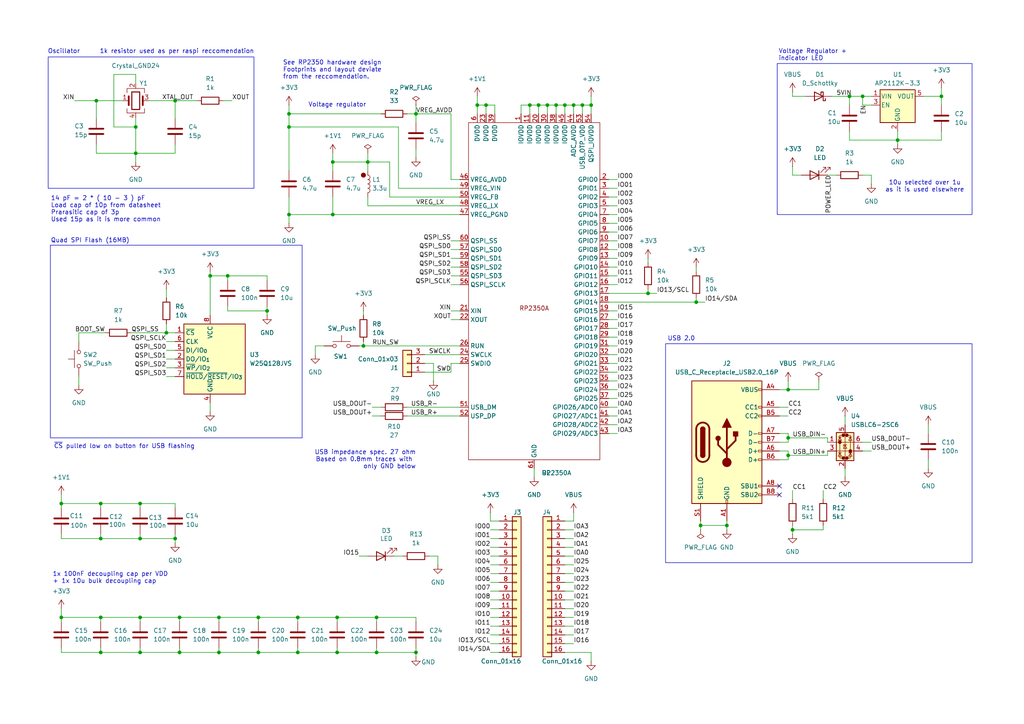
<source format=kicad_sch>
(kicad_sch (version 20250114) (generator "eeschema") (generator_version "9.0")
  (paper "A4")
  (title_block (title "RP2350A Devkit") (date "2025-06-18") (rev "v1.0a") (comment 1 "Licensed under CERN-OHL-P v2 or later"))
  (circle (center 105.41 50.8) (radius 0.635) (stroke (width 0) (color 132 0 0 1)) (fill (type color) (color 132 0 0 1)))
  (rectangle (start 225.425 18.415) (end 281.94 62.23))
  (rectangle (start 14.605 71.12) (end 87.63 127))
  (rectangle (start 13.97 16.51) (end 73.66 54.61))
  (rectangle (start 193.04 99.695) (end 281.94 163.195))
  (text "changed ldo, added schottky\nadded pull-up to run sw\nchanged footprint to 0603 0804 instead of 0402 0603\nadded vbus to gpio" (at 349.25 89.662 0) (effects (font (size 1.27 1.27))))
  (text "10u selected over 1u\nas it is used elsewhere" (at 268.224 54.102 0) (effects (font (size 1.27 1.27))))
  (text "Quad SPI Flash (16MB)" (at 26.162 69.85 0) (effects (font (size 1.27 1.27))))
  (text "1x 100nF decoupling cap per VDD\n+ 1x 10u bulk decoupling cap" (at 15.24 167.64 0) (effects (font (size 1.27 1.27)) (justify left)))
  (text "Voltage regulator" (at 89.408 30.48 0) (effects (font (size 1.27 1.27)) (justify left)))
  (text "Voltage Regulator +\nindicator LED" (at 225.806 16.002 0) (effects (font (size 1.27 1.27)) (justify left)))
  (text "USB 2.0" (at 197.612 98.298 0) (effects (font (size 1.27 1.27))))
  (text "~{CS} pulled low on button for USB flashing" (at 36.068 129.54 0) (effects (font (size 1.27 1.27))))
  (text "See RP2350 hardware design\nFootprints and layout deviate\nfrom the reccomendation." (at 82.042 20.32 0) (effects (font (size 1.27 1.27)) (justify left)))
  (text "14 pF = 2 * ( 10 - 3 ) pF \nLoad cap of 10p from datasheet\nPrarasitic cap of 3p\nUsed 15p as it is more common" (at 14.732 60.706 0) (effects (font (size 1.27 1.27)) (justify left)))
  (text "USB impedance spec. 27 ohm\nBased on 0.8mm traces with \nonly GND below" (at 120.65 133.35 0) (effects (font (size 1.27 1.27)) (justify right)))
  (text "Oscillator" (at 18.542 14.986 0) (effects (font (size 1.27 1.27))))
  (text "1k resistor used as per raspi reccomendation" (at 51.308 14.986 0) (effects (font (size 1.27 1.27))))
  (junction (at 83.82 36.83))
  (junction (at 120.65 33.02))
  (junction (at 229.87 153.67))
  (junction (at 203.2 152.4))
  (junction (at 63.5 179.07))
  (junction (at 40.64 146.05))
  (junction (at 27.94 29.21))
  (junction (at 273.05 27.94))
  (junction (at 228.6 132.08))
  (junction (at 138.43 30.48))
  (junction (at 39.37 44.45))
  (junction (at 109.22 189.23))
  (junction (at 187.96 85.09))
  (junction (at 228.6 113.03))
  (junction (at 158.75 30.48))
  (junction (at 246.38 27.94))
  (junction (at 66.04 80.01))
  (junction (at 40.64 189.23))
  (junction (at 86.36 179.07))
  (junction (at 74.93 189.23))
  (junction (at 29.21 179.07))
  (junction (at 106.68 46.99))
  (junction (at 40.64 179.07))
  (junction (at 105.41 100.33))
  (junction (at 39.37 36.83))
  (junction (at 29.21 189.23))
  (junction (at 86.36 189.23))
  (junction (at 17.78 179.07))
  (junction (at 48.26 96.52))
  (junction (at 166.37 30.48))
  (junction (at 97.79 189.23))
  (junction (at 77.47 90.17))
  (junction (at 74.93 179.07))
  (junction (at 52.07 179.07))
  (junction (at 29.21 156.21))
  (junction (at 228.6 127))
  (junction (at 52.07 189.23))
  (junction (at 96.52 62.23))
  (junction (at 40.64 156.21))
  (junction (at 153.67 30.48))
  (junction (at 50.8 29.21))
  (junction (at 60.96 80.01))
  (junction (at 83.82 33.02))
  (junction (at 140.97 30.48))
  (junction (at 250.19 27.94))
  (junction (at 210.82 152.4))
  (junction (at 163.83 30.48))
  (junction (at 161.29 30.48))
  (junction (at 120.65 189.23))
  (junction (at 83.82 62.23))
  (junction (at 96.52 46.99))
  (junction (at 260.35 40.64))
  (junction (at 109.22 179.07))
  (junction (at 168.91 30.48))
  (junction (at 63.5 189.23))
  (junction (at 97.79 179.07))
  (junction (at 171.45 30.48))
  (junction (at 156.21 30.48))
  (junction (at 17.78 146.05))
  (junction (at 50.8 156.21))
  (junction (at 201.93 87.63))
  (junction (at 29.21 146.05))
  (no_connect (at 226.06 140.97))
  (no_connect (at 226.06 143.51))
  (wire (pts (xy 29.21 189.23) (xy 40.64 189.23)))
  (wire (pts (xy 238.76 153.67) (xy 229.87 153.67)))
  (wire (pts (xy 229.87 152.4) (xy 229.87 153.67)))
  (wire (pts (xy 226.06 118.11) (xy 228.6 118.11)))
  (wire (pts (xy 210.82 151.13) (xy 210.82 152.4)))
  (wire (pts (xy 130.81 69.85) (xy 133.35 69.85)))
  (wire (pts (xy 74.93 180.34) (xy 74.93 179.07)))
  (wire (pts (xy 127 163.83) (xy 127 161.29)))
  (wire (pts (xy 17.78 156.21) (xy 17.78 154.94)))
  (wire (pts (xy 171.45 189.23) (xy 171.45 191.77)))
  (wire (pts (xy 96.52 62.23) (xy 96.52 57.15)))
  (wire (pts (xy 96.52 49.53) (xy 96.52 46.99)))
  (wire (pts (xy 226.06 130.81) (xy 228.6 130.81)))
  (wire (pts (xy 163.83 173.99) (xy 166.37 173.99)))
  (wire (pts (xy 176.53 115.57) (xy 179.07 115.57)))
  (wire (pts (xy 163.83 176.53) (xy 166.37 176.53)))
  (wire (pts (xy 163.83 30.48) (xy 166.37 30.48)))
  (wire (pts (xy 21.59 29.21) (xy 27.94 29.21)))
  (wire (pts (xy 241.3 27.94) (xy 246.38 27.94)))
  (wire (pts (xy 118.11 120.65) (xy 133.35 120.65)))
  (wire (pts (xy 240.03 127) (xy 240.03 128.27)))
  (wire (pts (xy 50.8 147.32) (xy 50.8 146.05)))
  (wire (pts (xy 86.36 179.07) (xy 97.79 179.07)))
  (wire (pts (xy 154.94 135.89) (xy 154.94 138.43)))
  (wire (pts (xy 201.93 87.63) (xy 201.93 86.36)))
  (wire (pts (xy 142.24 184.15) (xy 144.78 184.15)))
  (wire (pts (xy 246.38 27.94) (xy 250.19 27.94)))
  (wire (pts (xy 118.11 118.11) (xy 133.35 118.11)))
  (wire (pts (xy 39.37 36.83) (xy 39.37 44.45)))
  (wire (pts (xy 48.26 106.68) (xy 50.8 106.68)))
  (wire (pts (xy 176.53 54.61) (xy 179.07 54.61)))
  (wire (pts (xy 176.53 74.93) (xy 179.07 74.93)))
  (wire (pts (xy 66.04 90.17) (xy 77.47 90.17)))
  (wire (pts (xy 142.24 176.53) (xy 144.78 176.53)))
  (wire (pts (xy 64.77 29.21) (xy 67.31 29.21)))
  (wire (pts (xy 260.35 40.64) (xy 260.35 41.91)))
  (wire (pts (xy 142.24 156.21) (xy 144.78 156.21)))
  (wire (pts (xy 228.6 133.35) (xy 226.06 133.35)))
  (wire (pts (xy 120.65 189.23) (xy 120.65 190.5)))
  (wire (pts (xy 166.37 30.48) (xy 166.37 33.02)))
  (wire (pts (xy 63.5 187.96) (xy 63.5 189.23)))
  (wire (pts (xy 163.83 153.67) (xy 166.37 153.67)))
  (wire (pts (xy 229.87 153.67) (xy 229.87 154.94)))
  (wire (pts (xy 163.83 161.29) (xy 166.37 161.29)))
  (wire (pts (xy 48.26 83.82) (xy 48.26 86.36)))
  (wire (pts (xy 130.81 72.39) (xy 133.35 72.39)))
  (wire (pts (xy 138.43 30.48) (xy 138.43 33.02)))
  (wire (pts (xy 83.82 62.23) (xy 96.52 62.23)))
  (wire (pts (xy 168.91 30.48) (xy 168.91 33.02)))
  (wire (pts (xy 60.96 78.74) (xy 60.96 80.01)))
  (wire (pts (xy 273.05 38.1) (xy 273.05 40.64)))
  (wire (pts (xy 176.53 113.03) (xy 179.07 113.03)))
  (wire (pts (xy 237.49 110.49) (xy 237.49 113.03)))
  (wire (pts (xy 176.53 57.15) (xy 179.07 57.15)))
  (wire (pts (xy 260.35 38.1) (xy 260.35 40.64)))
  (wire (pts (xy 240.03 50.8) (xy 242.57 50.8)))
  (wire (pts (xy 29.21 154.94) (xy 29.21 156.21)))
  (wire (pts (xy 176.53 118.11) (xy 179.07 118.11)))
  (wire (pts (xy 201.93 77.47) (xy 201.93 78.74)))
  (wire (pts (xy 176.53 72.39) (xy 179.07 72.39)))
  (wire (pts (xy 50.8 156.21) (xy 40.64 156.21)))
  (wire (pts (xy 106.68 59.69) (xy 133.35 59.69)))
  (wire (pts (xy 176.53 110.49) (xy 179.07 110.49)))
  (wire (pts (xy 127 161.29) (xy 124.46 161.29)))
  (wire (pts (xy 48.26 96.52) (xy 50.8 96.52)))
  (wire (pts (xy 142.24 168.91) (xy 144.78 168.91)))
  (wire (pts (xy 142.24 148.59) (xy 142.24 151.13)))
  (wire (pts (xy 38.1 96.52) (xy 48.26 96.52)))
  (wire (pts (xy 17.78 176.53) (xy 17.78 179.07)))
  (wire (pts (xy 176.53 120.65) (xy 179.07 120.65)))
  (wire (pts (xy 267.97 27.94) (xy 273.05 27.94)))
  (wire (pts (xy 120.65 187.96) (xy 120.65 189.23)))
  (wire (pts (xy 269.24 133.35) (xy 269.24 135.89)))
  (wire (pts (xy 176.53 62.23) (xy 179.07 62.23)))
  (wire (pts (xy 142.24 186.69) (xy 144.78 186.69)))
  (wire (pts (xy 27.94 41.91) (xy 27.94 44.45)))
  (wire (pts (xy 96.52 44.45) (xy 96.52 46.99)))
  (wire (pts (xy 66.04 81.28) (xy 66.04 80.01)))
  (wire (pts (xy 104.14 161.29) (xy 106.68 161.29)))
  (wire (pts (xy 86.36 180.34) (xy 86.36 179.07)))
  (wire (pts (xy 171.45 30.48) (xy 171.45 33.02)))
  (wire (pts (xy 40.64 187.96) (xy 40.64 189.23)))
  (wire (pts (xy 39.37 34.29) (xy 39.37 36.83)))
  (wire (pts (xy 228.6 113.03) (xy 228.6 110.49)))
  (wire (pts (xy 228.6 132.08) (xy 240.03 132.08)))
  (wire (pts (xy 123.19 102.87) (xy 133.35 102.87)))
  (wire (pts (xy 153.67 30.48) (xy 156.21 30.48)))
  (wire (pts (xy 269.24 123.19) (xy 269.24 125.73)))
  (wire (pts (xy 17.78 147.32) (xy 17.78 146.05)))
  (wire (pts (xy 171.45 27.94) (xy 171.45 30.48)))
  (wire (pts (xy 250.19 128.27) (xy 252.73 128.27)))
  (wire (pts (xy 17.78 189.23) (xy 29.21 189.23)))
  (wire (pts (xy 229.87 26.67) (xy 229.87 27.94)))
  (wire (pts (xy 113.03 46.99) (xy 113.03 57.15)))
  (wire (pts (xy 40.64 180.34) (xy 40.64 179.07)))
  (wire (pts (xy 120.65 33.02) (xy 120.65 35.56)))
  (wire (pts (xy 83.82 36.83) (xy 115.57 36.83)))
  (wire (pts (xy 83.82 33.02) (xy 83.82 36.83)))
  (wire (pts (xy 163.83 181.61) (xy 166.37 181.61)))
  (wire (pts (xy 203.2 151.13) (xy 203.2 152.4)))
  (wire (pts (xy 163.83 168.91) (xy 166.37 168.91)))
  (wire (pts (xy 229.87 142.24) (xy 229.87 144.78)))
  (wire (pts (xy 176.53 64.77) (xy 179.07 64.77)))
  (wire (pts (xy 176.53 59.69) (xy 179.07 59.69)))
  (wire (pts (xy 228.6 127) (xy 240.03 127)))
  (wire (pts (xy 86.36 187.96) (xy 86.36 189.23)))
  (wire (pts (xy 156.21 30.48) (xy 158.75 30.48)))
  (wire (pts (xy 40.64 146.05) (xy 29.21 146.05)))
  (wire (pts (xy 130.81 82.55) (xy 133.35 82.55)))
  (wire (pts (xy 228.6 130.81) (xy 228.6 132.08)))
  (wire (pts (xy 228.6 128.27) (xy 226.06 128.27)))
  (wire (pts (xy 163.83 184.15) (xy 166.37 184.15)))
  (wire (pts (xy 17.78 187.96) (xy 17.78 189.23)))
  (wire (pts (xy 138.43 27.94) (xy 138.43 30.48)))
  (wire (pts (xy 203.2 152.4) (xy 210.82 152.4)))
  (wire (pts (xy 273.05 40.64) (xy 260.35 40.64)))
  (wire (pts (xy 63.5 180.34) (xy 63.5 179.07)))
  (wire (pts (xy 74.93 179.07) (xy 86.36 179.07)))
  (wire (pts (xy 106.68 46.99) (xy 106.68 49.53)))
  (wire (pts (xy 120.65 180.34) (xy 120.65 179.07)))
  (wire (pts (xy 151.13 30.48) (xy 153.67 30.48)))
  (wire (pts (xy 226.06 120.65) (xy 228.6 120.65)))
  (wire (pts (xy 120.65 33.02) (xy 130.81 33.02)))
  (wire (pts (xy 163.83 189.23) (xy 171.45 189.23)))
  (wire (pts (xy 228.6 113.03) (xy 237.49 113.03)))
  (wire (pts (xy 48.26 99.06) (xy 50.8 99.06)))
  (wire (pts (xy 40.64 154.94) (xy 40.64 156.21)))
  (wire (pts (xy 176.53 97.79) (xy 179.07 97.79)))
  (wire (pts (xy 176.53 82.55) (xy 179.07 82.55)))
  (wire (pts (xy 123.19 107.95) (xy 130.81 107.95)))
  (wire (pts (xy 50.8 29.21) (xy 57.15 29.21)))
  (wire (pts (xy 228.6 125.73) (xy 228.6 127)))
  (wire (pts (xy 63.5 179.07) (xy 74.93 179.07)))
  (wire (pts (xy 142.24 163.83) (xy 144.78 163.83)))
  (wire (pts (xy 52.07 179.07) (xy 63.5 179.07)))
  (wire (pts (xy 142.24 189.23) (xy 144.78 189.23)))
  (wire (pts (xy 250.19 30.48) (xy 250.19 27.94)))
  (wire (pts (xy 83.82 36.83) (xy 83.82 49.53)))
  (wire (pts (xy 176.53 52.07) (xy 179.07 52.07)))
  (wire (pts (xy 105.41 100.33) (xy 105.41 99.06)))
  (wire (pts (xy 156.21 30.48) (xy 156.21 33.02)))
  (wire (pts (xy 29.21 146.05) (xy 17.78 146.05)))
  (wire (pts (xy 229.87 27.94) (xy 233.68 27.94)))
  (wire (pts (xy 43.18 29.21) (xy 50.8 29.21)))
  (wire (pts (xy 176.53 125.73) (xy 179.07 125.73)))
  (wire (pts (xy 142.24 181.61) (xy 144.78 181.61)))
  (wire (pts (xy 203.2 152.4) (xy 203.2 153.67)))
  (wire (pts (xy 176.53 123.19) (xy 179.07 123.19)))
  (wire (pts (xy 83.82 33.02) (xy 110.49 33.02)))
  (wire (pts (xy 50.8 154.94) (xy 50.8 156.21)))
  (wire (pts (xy 245.11 120.65) (xy 245.11 123.19)))
  (wire (pts (xy 29.21 156.21) (xy 17.78 156.21)))
  (wire (pts (xy 39.37 44.45) (xy 50.8 44.45)))
  (wire (pts (xy 140.97 30.48) (xy 143.51 30.48)))
  (wire (pts (xy 176.53 85.09) (xy 187.96 85.09)))
  (wire (pts (xy 163.83 186.69) (xy 166.37 186.69)))
  (wire (pts (xy 273.05 27.94) (xy 273.05 25.4)))
  (wire (pts (xy 163.83 151.13) (xy 166.37 151.13)))
  (wire (pts (xy 52.07 180.34) (xy 52.07 179.07)))
  (wire (pts (xy 50.8 29.21) (xy 50.8 34.29)))
  (wire (pts (xy 77.47 90.17) (xy 77.47 88.9)))
  (wire (pts (xy 109.22 187.96) (xy 109.22 189.23)))
  (wire (pts (xy 250.19 130.81) (xy 252.73 130.81)))
  (wire (pts (xy 229.87 48.26) (xy 229.87 50.8)))
  (wire (pts (xy 166.37 151.13) (xy 166.37 148.59)))
  (wire (pts (xy 142.24 173.99) (xy 144.78 173.99)))
  (wire (pts (xy 176.53 80.01) (xy 179.07 80.01)))
  (wire (pts (xy 163.83 156.21) (xy 166.37 156.21)))
  (wire (pts (xy 96.52 62.23) (xy 133.35 62.23)))
  (wire (pts (xy 40.64 156.21) (xy 29.21 156.21)))
  (wire (pts (xy 176.53 90.17) (xy 179.07 90.17)))
  (wire (pts (xy 161.29 30.48) (xy 163.83 30.48)))
  (wire (pts (xy 176.53 105.41) (xy 179.07 105.41)))
  (wire (pts (xy 115.57 54.61) (xy 115.57 36.83)))
  (wire (pts (xy 97.79 189.23) (xy 97.79 187.96)))
  (wire (pts (xy 105.41 100.33) (xy 133.35 100.33)))
  (wire (pts (xy 50.8 41.91) (xy 50.8 44.45)))
  (wire (pts (xy 142.24 151.13) (xy 144.78 151.13)))
  (wire (pts (xy 130.81 52.07) (xy 130.81 33.02)))
  (wire (pts (xy 96.52 46.99) (xy 106.68 46.99)))
  (wire (pts (xy 187.96 85.09) (xy 190.5 85.09)))
  (wire (pts (xy 120.65 43.18) (xy 120.65 45.72)))
  (wire (pts (xy 105.41 90.17) (xy 105.41 91.44)))
  (wire (pts (xy 143.51 33.02) (xy 143.51 30.48)))
  (wire (pts (xy 130.81 92.71) (xy 133.35 92.71)))
  (wire (pts (xy 229.87 50.8) (xy 232.41 50.8)))
  (wire (pts (xy 74.93 187.96) (xy 74.93 189.23)))
  (wire (pts (xy 240.03 132.08) (xy 240.03 130.81)))
  (wire (pts (xy 40.64 189.23) (xy 52.07 189.23)))
  (wire (pts (xy 228.6 127) (xy 228.6 128.27)))
  (wire (pts (xy 142.24 153.67) (xy 144.78 153.67)))
  (wire (pts (xy 29.21 187.96) (xy 29.21 189.23)))
  (wire (pts (xy 33.02 36.83) (xy 39.37 36.83)))
  (wire (pts (xy 39.37 21.59) (xy 33.02 21.59)))
  (wire (pts (xy 17.78 143.51) (xy 17.78 146.05)))
  (wire (pts (xy 238.76 152.4) (xy 238.76 153.67)))
  (wire (pts (xy 60.96 80.01) (xy 66.04 80.01)))
  (wire (pts (xy 163.83 30.48) (xy 163.83 33.02)))
  (wire (pts (xy 176.53 92.71) (xy 179.07 92.71)))
  (wire (pts (xy 114.3 161.29) (xy 116.84 161.29)))
  (wire (pts (xy 115.57 54.61) (xy 133.35 54.61)))
  (wire (pts (xy 39.37 24.13) (xy 39.37 21.59)))
  (wire (pts (xy 226.06 125.73) (xy 228.6 125.73)))
  (wire (pts (xy 77.47 90.17) (xy 77.47 91.44)))
  (wire (pts (xy 252.73 50.8) (xy 250.19 50.8)))
  (wire (pts (xy 252.73 53.34) (xy 252.73 50.8)))
  (wire (pts (xy 83.82 62.23) (xy 83.82 64.77)))
  (wire (pts (xy 125.73 105.41) (xy 125.73 110.49)))
  (wire (pts (xy 238.76 142.24) (xy 238.76 144.78)))
  (wire (pts (xy 17.78 180.34) (xy 17.78 179.07)))
  (wire (pts (xy 91.44 100.33) (xy 91.44 102.87)))
  (wire (pts (xy 110.49 118.11) (xy 107.95 118.11)))
  (wire (pts (xy 22.86 111.76) (xy 22.86 109.22)))
  (wire (pts (xy 22.86 99.06) (xy 22.86 96.52)))
  (wire (pts (xy 168.91 30.48) (xy 171.45 30.48)))
  (wire (pts (xy 97.79 179.07) (xy 109.22 179.07)))
  (wire (pts (xy 60.96 116.84) (xy 60.96 119.38)))
  (wire (pts (xy 250.19 27.94) (xy 252.73 27.94)))
  (wire (pts (xy 120.65 30.48) (xy 120.65 33.02)))
  (wire (pts (xy 176.53 69.85) (xy 179.07 69.85)))
  (wire (pts (xy 142.24 171.45) (xy 144.78 171.45)))
  (wire (pts (xy 166.37 30.48) (xy 168.91 30.48)))
  (wire (pts (xy 50.8 146.05) (xy 40.64 146.05)))
  (wire (pts (xy 118.11 33.02) (xy 120.65 33.02)))
  (wire (pts (xy 176.53 100.33) (xy 179.07 100.33)))
  (wire (pts (xy 50.8 156.21) (xy 50.8 157.48)))
  (wire (pts (xy 153.67 30.48) (xy 153.67 33.02)))
  (wire (pts (xy 97.79 180.34) (xy 97.79 179.07)))
  (wire (pts (xy 113.03 57.15) (xy 133.35 57.15)))
  (wire (pts (xy 151.13 30.48) (xy 151.13 33.02)))
  (wire (pts (xy 140.97 33.02) (xy 140.97 30.48)))
  (wire (pts (xy 48.26 104.14) (xy 50.8 104.14)))
  (wire (pts (xy 60.96 80.01) (xy 60.96 91.44)))
  (wire (pts (xy 86.36 189.23) (xy 97.79 189.23)))
  (wire (pts (xy 130.81 77.47) (xy 133.35 77.47)))
  (wire (pts (xy 29.21 180.34) (xy 29.21 179.07)))
  (wire (pts (xy 48.26 101.6) (xy 50.8 101.6)))
  (wire (pts (xy 142.24 158.75) (xy 144.78 158.75)))
  (wire (pts (xy 163.83 158.75) (xy 166.37 158.75)))
  (wire (pts (xy 158.75 30.48) (xy 161.29 30.48)))
  (wire (pts (xy 187.96 74.93) (xy 187.96 76.2)))
  (wire (pts (xy 66.04 80.01) (xy 77.47 80.01)))
  (wire (pts (xy 40.64 179.07) (xy 29.21 179.07)))
  (wire (pts (xy 138.43 30.48) (xy 140.97 30.48)))
  (wire (pts (xy 29.21 147.32) (xy 29.21 146.05)))
  (wire (pts (xy 176.53 87.63) (xy 201.93 87.63)))
  (wire (pts (xy 245.11 135.89) (xy 245.11 138.43)))
  (wire (pts (xy 176.53 77.47) (xy 179.07 77.47)))
  (wire (pts (xy 83.82 57.15) (xy 83.82 62.23)))
  (wire (pts (xy 133.35 105.41) (xy 130.81 105.41)))
  (wire (pts (xy 163.83 179.07) (xy 166.37 179.07)))
  (wire (pts (xy 109.22 180.34) (xy 109.22 179.07)))
  (wire (pts (xy 246.38 38.1) (xy 246.38 40.64)))
  (wire (pts (xy 187.96 83.82) (xy 187.96 85.09)))
  (wire (pts (xy 158.75 30.48) (xy 158.75 33.02)))
  (wire (pts (xy 109.22 179.07) (xy 120.65 179.07)))
  (wire (pts (xy 104.14 100.33) (xy 105.41 100.33)))
  (wire (pts (xy 66.04 88.9) (xy 66.04 90.17)))
  (wire (pts (xy 130.81 90.17) (xy 133.35 90.17)))
  (wire (pts (xy 110.49 120.65) (xy 107.95 120.65)))
  (wire (pts (xy 27.94 29.21) (xy 35.56 29.21)))
  (wire (pts (xy 228.6 132.08) (xy 228.6 133.35)))
  (wire (pts (xy 83.82 30.48) (xy 83.82 33.02)))
  (wire (pts (xy 142.24 179.07) (xy 144.78 179.07)))
  (wire (pts (xy 163.83 171.45) (xy 166.37 171.45)))
  (wire (pts (xy 91.44 100.33) (xy 93.98 100.33)))
  (wire (pts (xy 163.83 163.83) (xy 166.37 163.83)))
  (wire (pts (xy 142.24 166.37) (xy 144.78 166.37)))
  (wire (pts (xy 22.86 96.52) (xy 30.48 96.52)))
  (wire (pts (xy 109.22 189.23) (xy 120.65 189.23)))
  (wire (pts (xy 161.29 30.48) (xy 161.29 33.02)))
  (wire (pts (xy 106.68 44.45) (xy 106.68 46.99)))
  (wire (pts (xy 77.47 81.28) (xy 77.47 80.01)))
  (wire (pts (xy 130.81 52.07) (xy 133.35 52.07)))
  (wire (pts (xy 176.53 102.87) (xy 179.07 102.87)))
  (wire (pts (xy 63.5 189.23) (xy 74.93 189.23)))
  (wire (pts (xy 29.21 179.07) (xy 17.78 179.07)))
  (wire (pts (xy 163.83 166.37) (xy 166.37 166.37)))
  (wire (pts (xy 27.94 34.29) (xy 27.94 29.21)))
  (wire (pts (xy 27.94 44.45) (xy 39.37 44.45)))
  (wire (pts (xy 252.73 30.48) (xy 250.19 30.48)))
  (wire (pts (xy 176.53 95.25) (xy 179.07 95.25)))
  (wire (pts (xy 130.81 74.93) (xy 133.35 74.93)))
  (wire (pts (xy 113.03 46.99) (xy 106.68 46.99)))
  (wire (pts (xy 48.26 109.22) (xy 50.8 109.22)))
  (wire (pts (xy 52.07 189.23) (xy 52.07 187.96)))
  (wire (pts (xy 246.38 27.94) (xy 246.38 30.48)))
  (wire (pts (xy 40.64 179.07) (xy 52.07 179.07)))
  (wire (pts (xy 226.06 113.03) (xy 228.6 113.03)))
  (wire (pts (xy 201.93 87.63) (xy 204.47 87.63)))
  (wire (pts (xy 123.19 105.41) (xy 125.73 105.41)))
  (wire (pts (xy 176.53 107.95) (xy 179.07 107.95)))
  (wire (pts (xy 106.68 57.15) (xy 106.68 59.69)))
  (wire (pts (xy 210.82 152.4) (xy 210.82 153.67)))
  (wire (pts (xy 40.64 147.32) (xy 40.64 146.05)))
  (wire (pts (xy 52.07 189.23) (xy 63.5 189.23)))
  (wire (pts (xy 130.81 105.41) (xy 130.81 107.95)))
  (wire (pts (xy 48.26 93.98) (xy 48.26 96.52)))
  (wire (pts (xy 97.79 189.23) (xy 109.22 189.23)))
  (wire (pts (xy 246.38 40.64) (xy 260.35 40.64)))
  (wire (pts (xy 130.81 80.01) (xy 133.35 80.01)))
  (wire (pts (xy 273.05 27.94) (xy 273.05 30.48)))
  (wire (pts (xy 176.53 67.31) (xy 179.07 67.31)))
  (wire (pts (xy 39.37 44.45) (xy 39.37 46.99)))
  (wire (pts (xy 142.24 161.29) (xy 144.78 161.29)))
  (wire (pts (xy 33.02 21.59) (xy 33.02 36.83)))
  (wire (pts (xy 74.93 189.23) (xy 86.36 189.23)))
  (label "IO12" (at 142.24 184.15 180))
  (label "IOA2" (at 179.07 123.19 0))
  (label "IO14{slash}SDA" (at 204.47 87.63 0))
  (label "IO01" (at 179.07 54.61 0))
  (label "XOUT" (at 130.81 92.71 180))
  (label "IO06" (at 179.07 67.31 0))
  (label "IO19" (at 166.37 179.07 0))
  (label "IO05" (at 142.24 166.37 180))
  (label "IO02" (at 179.07 57.15 0))
  (label "QSPI_SD0" (at 48.26 101.6 180))
  (label "IO02" (at 142.24 158.75 180))
  (label "BOOT_SW" (at 30.48 96.52 180))
  (label "IO14{slash}SDA" (at 142.24 189.23 180))
  (label "SWD" (at 130.81 107.95 180))
  (label "IOA0" (at 179.07 118.11 0))
  (label "XIN" (at 130.81 90.17 180))
  (label "IO15" (at 104.14 161.29 180))
  (label "VREG_AVDD" (at 120.65 33.02 0))
  (label "XTAL_OUT" (at 46.99 29.21 0))
  (label "IO03" (at 179.07 59.69 0))
  (label "IO20" (at 166.37 176.53 0))
  (label "IO23" (at 166.37 168.91 0))
  (label "IO25" (at 179.07 115.57 0))
  (label "CC1" (at 229.87 142.24 0))
  (label "USB_DIN-" (at 229.87 127 0))
  (label "VREG_LX" (at 120.65 59.69 0))
  (label "IO16" (at 179.07 92.71 0))
  (label "IO24" (at 166.37 166.37 0))
  (label "QSPI_SCLK" (at 130.81 82.55 180))
  (label "IOA3" (at 166.37 153.67 0))
  (label "IO17" (at 179.07 95.25 0))
  (label "IO22" (at 179.07 107.95 0))
  (label "USB_DOUT+" (at 107.95 120.65 180))
  (label "IO18" (at 166.37 181.61 0))
  (label "QSPI_SD2" (at 130.81 77.47 180))
  (label "IO11" (at 142.24 181.61 180))
  (label "USB_DIN+" (at 229.87 132.08 0))
  (label "QSPI_SD3" (at 130.81 80.01 180))
  (label "IO03" (at 142.24 161.29 180))
  (label "IO21" (at 166.37 173.99 0))
  (label "CC2" (at 228.6 120.65 0))
  (label "IOA0" (at 166.37 161.29 0))
  (label "IO09" (at 142.24 176.53 180))
  (label "IO21" (at 179.07 105.41 0))
  (label "QSPI_SS" (at 38.1 96.52 0))
  (label "USB_DOUT+" (at 252.73 130.81 0))
  (label "IO00" (at 142.24 153.67 180))
  (label "IO10" (at 179.07 77.47 0))
  (label "IO22" (at 166.37 171.45 0))
  (label "EN" (at 251.46 30.48 270))
  (label "IO25" (at 166.37 163.83 0))
  (label "IO12" (at 179.07 82.55 0))
  (label "IO04" (at 142.24 163.83 180))
  (label "QSPI_SD2" (at 48.26 106.68 180))
  (label "USB_R-" (at 127 118.11 180))
  (label "IOA1" (at 179.07 120.65 0))
  (label "IO20" (at 179.07 102.87 0))
  (label "IO08" (at 179.07 72.39 0))
  (label "POWER_LED" (at 241.3 50.8 270))
  (label "IO24" (at 179.07 113.03 0))
  (label "XIN" (at 21.59 29.21 180))
  (label "QSPI_SD3" (at 48.26 109.22 180))
  (label "IO18" (at 179.07 97.79 0))
  (label "IO07" (at 142.24 171.45 180))
  (label "USB_DOUT-" (at 107.95 118.11 180))
  (label "IO09" (at 179.07 74.93 0))
  (label "CC2" (at 238.76 142.24 0))
  (label "QSPI_SD1" (at 48.26 104.14 180))
  (label "IO15" (at 179.07 90.17 0))
  (label "IOA2" (at 166.37 156.21 0))
  (label "XOUT" (at 67.31 29.21 0))
  (label "IO17" (at 166.37 184.15 0))
  (label "USB_R+" (at 127 120.65 180))
  (label "IO01" (at 142.24 156.21 180))
  (label "IO10" (at 142.24 179.07 180))
  (label "QSPI_SD0" (at 130.81 72.39 180))
  (label "5VIN" (at 242.57 27.94 0))
  (label "IO23" (at 179.07 110.49 0))
  (label "IO07" (at 179.07 69.85 0))
  (label "IO05" (at 179.07 64.77 0))
  (label "IO04" (at 179.07 62.23 0))
  (label "USB_DOUT-" (at 252.73 128.27 0))
  (label "CC1" (at 228.6 118.11 0))
  (label "QSPI_SD1" (at 130.81 74.93 180))
  (label "QSPI_SS" (at 130.81 69.85 180))
  (label "IO11" (at 179.07 80.01 0))
  (label "IO16" (at 166.37 186.69 0))
  (label "RUN_SW" (at 107.95 100.33 0))
  (label "QSPI_SCLK" (at 48.26 99.06 180))
  (label "SWCLK" (at 130.81 102.87 180))
  (label "IO00" (at 179.07 52.07 0))
  (label "IOA1" (at 166.37 158.75 0))
  (label "IOA3" (at 179.07 125.73 0))
  (label "IO08" (at 142.24 173.99 180))
  (label "IO19" (at 179.07 100.33 0))
  (label "IO13{slash}SCL" (at 190.5 85.09 0))
  (label "IO13{slash}SCL" (at 142.24 186.69 180))
  (label "IO06" (at 142.24 168.91 180))
  (symbol (lib_id "Device:R") (at 238.76 148.59 0) (unit 1)
    (property "Reference" "R12" (at 241.3 147.3199 0) (effects (justify left)))
    (property "Value" "5k1" (at 241.3 149.8599 0) (effects (justify left)))
    (property "Footprint" "Resistor_SMD:R_0603_1608Metric" (effects (hide yes)))
    (property "Description" "Resistor" (effects (hide yes)))
  )
  (symbol (lib_id "Device:C") (at 29.21 151.13 0) (mirror y) (unit 1)
    (property "Reference" "C12" (at 35.56 149.86 0) (effects (justify left)))
    (property "Value" "100n" (at 36.576 152.146 0) (effects (justify left)))
    (property "Footprint" "Capacitor_SMD:C_0603_1608Metric" (effects (hide yes)))
    (property "Description" "Unpolarized capacitor" (effects (hide yes)))
  )
  (symbol (lib_id "power:GND") (at 171.45 191.77 0) (mirror y) (unit 1)
    (property "Reference" "#PWR038" (effects (hide yes)))
    (property "Value" "GND" (at 171.45 196.85 0))
    (property "Description" "Power symbol creates a global label with name \"GND\" , ground" (effects (hide yes)))
  )
  (symbol (lib_id "power:+3V3") (at 17.78 176.53 0) (unit 1)
    (property "Reference" "#PWR036" (effects (hide yes)))
    (property "Value" "+3V3" (at 17.78 171.45 0))
    (property "Description" "Power symbol creates a global label with name \"+3V3\"" (effects (hide yes)))
  )
  (symbol (lib_id "Mechanical:MountingHole") (at -382.27 3.81 0) (unit 1) (in_bom no)
    (property "Reference" "H2" (at -379.73 2.5399 0) (effects (justify left)))
    (property "Value" "MountingHole" (at -379.73 5.0799 0) (effects (justify left)))
    (property "Footprint" "MountingHole:MountingHole_2.2mm_M2" (effects (hide yes)))
    (property "Description" "Mounting Hole without connection" (effects (hide yes)))
  )
  (symbol (lib_id "power:PWR_FLAG") (at 203.2 153.67 180) (unit 1)
    (property "Reference" "#FLG04" (effects (hide yes)))
    (property "Value" "PWR_FLAG" (at 203.2 158.75 0))
    (property "Description" "Special symbol for telling ERC where power comes from" (effects (hide yes)))
  )
  (symbol (lib_id "power:GND") (at 50.8 157.48 0) (mirror y) (unit 1)
    (property "Reference" "#PWR034" (effects (hide yes)))
    (property "Value" "GND" (at 50.8 162.56 0))
    (property "Description" "Power symbol creates a global label with name \"GND\" , ground" (effects (hide yes)))
  )
  (symbol (lib_id "Device:R") (at 229.87 148.59 0) (unit 1)
    (property "Reference" "R11" (at 232.41 147.3199 0) (effects (justify left)))
    (property "Value" "5k1" (at 232.41 149.8599 0) (effects (justify left)))
    (property "Footprint" "Resistor_SMD:R_0603_1608Metric" (effects (hide yes)))
    (property "Description" "Resistor" (effects (hide yes)))
  )
  (symbol (lib_id "Mechanical:MountingHole") (at -382.27 8.89 0) (unit 1) (in_bom no)
    (property "Reference" "H3" (at -379.73 7.6199 0) (effects (justify left)))
    (property "Value" "MountingHole" (at -379.73 10.1599 0) (effects (justify left)))
    (property "Footprint" "MountingHole:MountingHole_2.2mm_M2" (effects (hide yes)))
    (property "Description" "Mounting Hole without connection" (effects (hide yes)))
  )
  (symbol (lib_id "power:+3V3") (at 105.41 90.17 0) (unit 1)
    (property "Reference" "#PWR017" (effects (hide yes)))
    (property "Value" "+3V3" (at 105.41 85.09 0))
    (property "Description" "Power symbol creates a global label with name \"+3V3\"" (effects (hide yes)))
  )
  (symbol (lib_id "Device:C") (at 86.36 184.15 0) (unit 1)
    (property "Reference" "C21" (at 90.17 182.8799 0) (effects (justify left)))
    (property "Value" "100n" (at 90.17 185.4199 0) (effects (justify left)))
    (property "Footprint" "Capacitor_SMD:C_0603_1608Metric" (effects (hide yes)))
    (property "Description" "Unpolarized capacitor" (effects (hide yes)))
  )
  (symbol (lib_id "Device:C") (at 120.65 39.37 0) (unit 1)
    (property "Reference" "C5" (at 124.46 38.0999 0) (effects (justify left)))
    (property "Value" "4.7u" (at 124.46 40.6399 0) (effects (justify left)))
    (property "Footprint" "Capacitor_SMD:C_0603_1608Metric" (effects (hide yes)))
    (property "Description" "Unpolarized capacitor" (effects (hide yes)))
  )
  (symbol (lib_id "Memory_Flash:W25Q128JVS") (at 60.96 104.14 0) (unit 1)
    (property "Reference" "U3" (at 72.39 102.8699 0) (effects (justify left)))
    (property "Value" "W25Q128JVS" (at 72.39 105.4099 0) (effects (justify left)))
    (property "Footprint" "Package_SO:SOIC-8_5.3x5.3mm_P1.27mm" (effects (hide yes)))
    (property "Datasheet" "https://www.winbond.com/resource-files/w25q128jv_dtr%20revc%2003272018%20plus.pdf" (effects (hide yes)))
    (property "Description" "128Mbit / 16MiB Serial Flash Memory, Standard/Dual/Quad SPI, 2.7-3.6V, SOIC-8" (effects (hide yes)))
    (property "LCSC PN" "C113767" (effects (hide yes)))
  )
  (symbol (lib_id "power:+1V1") (at 138.43 27.94 0) (unit 1)
    (property "Reference" "#PWR03" (effects (hide yes)))
    (property "Value" "+1V1" (at 138.43 22.86 0))
    (property "Description" "Power symbol creates a global label with name \"+1V1\"" (effects (hide yes)))
  )
  (symbol (lib_id "Device:C") (at 120.65 184.15 0) (unit 1)
    (property "Reference" "C24" (at 124.46 182.8799 0) (effects (justify left)))
    (property "Value" "10u" (at 124.46 185.4199 0) (effects (justify left)))
    (property "Footprint" "Capacitor_SMD:C_0805_2012Metric" (effects (hide yes)))
    (property "Description" "Unpolarized capacitor" (effects (hide yes)))
  )
  (symbol (lib_id "power:VBUS") (at 228.6 110.49 0) (unit 1)
    (property "Reference" "#PWR021" (effects (hide yes)))
    (property "Value" "VBUS" (at 228.6 105.41 0))
    (property "Description" "Power symbol creates a global label with name \"VBUS\"" (effects (hide yes)))
  )
  (symbol (lib_id "power:VBUS") (at 229.87 26.67 0) (unit 1)
    (property "Reference" "#PWR02" (effects (hide yes)))
    (property "Value" "VBUS" (at 229.87 21.59 0))
    (property "Description" "Power symbol creates a global label with name \"VBUS\"" (effects (hide yes)))
  )
  (symbol (lib_id "power:GND") (at 125.73 110.49 0) (mirror y) (unit 1)
    (property "Reference" "#PWR020" (effects (hide yes)))
    (property "Value" "GND" (at 125.73 114.3 0))
    (property "Description" "Power symbol creates a global label with name \"GND\" , ground" (effects (hide yes)))
  )
  (symbol (lib_id "power:GND") (at 210.82 153.67 0) (unit 1)
    (property "Reference" "#PWR032" (effects (hide yes)))
    (property "Value" "GND" (at 210.82 158.75 0))
    (property "Description" "Power symbol creates a global label with name \"GND\" , ground" (effects (hide yes)))
  )
  (symbol (lib_id "power:GND") (at 120.65 45.72 0) (unit 1)
    (property "Reference" "#PWR08" (effects (hide yes)))
    (property "Value" "GND" (at 120.65 50.8 0))
    (property "Description" "Power symbol creates a global label with name \"GND\" , ground" (effects (hide yes)))
  )
  (symbol (lib_id "Device:R") (at 34.29 96.52 90) (unit 1)
    (property "Reference" "R7" (at 34.29 90.17 90))
    (property "Value" "1k" (at 34.29 92.71 90))
    (property "Footprint" "Resistor_SMD:R_0603_1608Metric" (effects (hide yes)))
    (property "Description" "Resistor" (effects (hide yes)))
  )
  (symbol (lib_id "Device:C") (at 50.8 38.1 0) (unit 1)
    (property "Reference" "C4" (at 54.61 36.8299 0) (effects (justify left)))
    (property "Value" "15p" (at 54.61 39.3699 0) (effects (justify left)))
    (property "Footprint" "Capacitor_SMD:C_0603_1608Metric" (effects (hide yes)))
    (property "Description" "Unpolarized capacitor" (effects (hide yes)))
  )
  (symbol (lib_id "Device:R") (at 201.93 82.55 180) (unit 1)
    (property "Reference" "R5" (at 204.47 81.2799 0) (effects (justify right)))
    (property "Value" "10k" (at 204.47 83.8199 0) (effects (justify right)))
    (property "Footprint" "Resistor_SMD:R_0603_1608Metric" (effects (hide yes)))
    (property "Description" "Resistor" (effects (hide yes)))
  )
  (symbol (lib_id "power:GND") (at 252.73 53.34 0) (mirror y) (unit 1)
    (property "Reference" "#PWR011" (effects (hide yes)))
    (property "Value" "GND" (at 252.73 58.42 0))
    (property "Description" "Power symbol creates a global label with name \"GND\" , ground" (effects (hide yes)))
  )
  (symbol (lib_id "power:+3V3") (at 229.87 48.26 0) (unit 1)
    (property "Reference" "#PWR010" (effects (hide yes)))
    (property "Value" "+3V3" (at 229.87 43.18 0))
    (property "Description" "Power symbol creates a global label with name \"+3V3\"" (effects (hide yes)))
  )
  (symbol (lib_id "power:GND") (at 91.44 102.87 0) (mirror y) (unit 1)
    (property "Reference" "#PWR019" (effects (hide yes)))
    (property "Value" "GND" (at 91.44 107.95 0))
    (property "Description" "Power symbol creates a global label with name \"GND\" , ground" (effects (hide yes)))
  )
  (symbol (lib_id "power:+1V1") (at 17.78 143.51 0) (unit 1)
    (property "Reference" "#PWR029" (effects (hide yes)))
    (property "Value" "+1V1" (at 17.78 138.43 0))
    (property "Description" "Power symbol creates a global label with name \"+1V1\"" (effects (hide yes)))
  )
  (symbol (lib_id "power:GND") (at 39.37 46.99 0) (unit 1)
    (property "Reference" "#PWR09" (effects (hide yes)))
    (property "Value" "GND" (at 39.37 52.07 0))
    (property "Description" "Power symbol creates a global label with name \"GND\" , ground" (effects (hide yes)))
  )
  (symbol (lib_id "power:VBUS") (at 269.24 123.19 0) (unit 1)
    (property "Reference" "#PWR025" (effects (hide yes)))
    (property "Value" "VBUS" (at 269.24 118.11 0))
    (property "Description" "Power symbol creates a global label with name \"VBUS\"" (effects (hide yes)))
  )
  (symbol (lib_id "Device:R") (at 114.3 120.65 270) (mirror x) (unit 1)
    (property "Reference" "R10" (at 114.3 123.698 90))
    (property "Value" "27" (at 114.3 126.238 90))
    (property "Footprint" "Resistor_SMD:R_0603_1608Metric" (effects (hide yes)))
    (property "Description" "Resistor" (effects (hide yes)))
  )
  (symbol (lib_id "Device:R") (at 48.26 90.17 0) (mirror y) (unit 1)
    (property "Reference" "R6" (at 50.8 88.8999 0) (effects (justify right)))
    (property "Value" "10k" (at 50.8 91.4399 0) (effects (justify right)))
    (property "Footprint" "Resistor_SMD:R_0603_1608Metric" (effects (hide yes)))
    (property "Description" "Resistor" (effects (hide yes)))
  )
  (symbol (lib_id "Device:C") (at 74.93 184.15 0) (unit 1)
    (property "Reference" "C20" (at 78.74 182.8799 0) (effects (justify left)))
    (property "Value" "100n" (at 78.74 185.4199 0) (effects (justify left)))
    (property "Footprint" "Capacitor_SMD:C_0603_1608Metric" (effects (hide yes)))
    (property "Description" "Unpolarized capacitor" (effects (hide yes)))
  )
  (symbol (lib_id "Connector:USB_C_Receptacle_USB2.0_16P") (at 210.82 128.27 0) (unit 1)
    (property "Reference" "J2" (at 210.82 105.41 0))
    (property "Value" "USB_C_Receptacle_USB2.0_16P" (at 210.82 107.95 0))
    (property "Footprint" "Connector_USB:USB_C_Receptacle_G-Switch_GT-USB-7010ASV" (effects (hide yes)))
    (property "Datasheet" "https://www.usb.org/sites/default/files/documents/usb_type-c.zip" (effects (hide yes)))
    (property "Description" "USB 2.0-only 16P Type-C Receptacle connector" (effects (hide yes)))
    (property "LCSC PN" "C2988369" (effects (hide yes)))
  )
  (symbol (lib_id "Mechanical:MountingHole") (at -382.27 -1.27 0) (unit 1) (in_bom no)
    (property "Reference" "H1" (at -379.73 -2.5401 0) (effects (justify left)))
    (property "Value" "MountingHole" (at -379.73 -0.0001 0) (effects (justify left)))
    (property "Footprint" "MountingHole:MountingHole_2.2mm_M2" (effects (hide yes)))
    (property "Description" "Mounting Hole without connection" (effects (hide yes)))
  )
  (symbol (lib_id "Device:D_Schottky") (at 237.49 27.94 180) (unit 1)
    (property "Reference" "D1" (at 237.8075 21.59 0))
    (property "Value" "D_Schottky" (at 237.8075 24.13 0))
    (property "Footprint" "Diode_SMD:D_SOD-123" (effects (hide yes)))
    (property "Datasheet" "https://lcsc.com/datasheet/lcsc_datasheet_2411211953_MDD-Microdiode-Semiconductor-B5819W_C64885.pdf" (effects (hide yes)))
    (property "Description" "Schottky diode" (effects (hide yes)))
    (property "LCSC PN" "C64885" (effects (hide yes)))
  )
  (symbol (lib_id "power:GND") (at 154.94 138.43 0) (unit 1)
    (property "Reference" "#PWR027" (effects (hide yes)))
    (property "Value" "GND" (at 154.94 143.51 0))
    (property "Description" "Power symbol creates a global label with name \"GND\" , ground" (effects (hide yes)))
  )
  (symbol (lib_id "power:GND") (at 77.47 91.44 0) (unit 1)
    (property "Reference" "#PWR018" (effects (hide yes)))
    (property "Value" "GND" (at 77.47 96.52 0))
    (property "Description" "Power symbol creates a global label with name \"GND\" , ground" (effects (hide yes)))
  )
  (symbol (lib_id "power:PWR_FLAG") (at 237.49 110.49 0) (unit 1)
    (property "Reference" "#FLG03" (effects (hide yes)))
    (property "Value" "PWR_FLAG" (at 237.49 105.41 0))
    (property "Description" "Special symbol for telling ERC where power comes from" (effects (hide yes)))
  )
  (symbol (lib_id "Device:C") (at 77.47 85.09 0) (unit 1)
    (property "Reference" "C9" (at 81.28 83.8199 0) (effects (justify left)))
    (property "Value" "10u" (at 81.28 86.3599 0) (effects (justify left)))
    (property "Footprint" "Capacitor_SMD:C_0805_2012Metric" (effects (hide yes)))
    (property "Description" "Unpolarized capacitor" (effects (hide yes)))
  )
  (symbol (lib_id "power:GND") (at 260.35 41.91 0) (unit 1)
    (property "Reference" "#PWR06" (effects (hide yes)))
    (property "Value" "GND" (at 260.35 46.99 0))
    (property "Description" "Power symbol creates a global label with name \"GND\" , ground" (effects (hide yes)))
  )
  (symbol (lib_id "Device:C") (at 17.78 184.15 0) (unit 1)
    (property "Reference" "C15" (at 21.59 182.8799 0) (effects (justify left)))
    (property "Value" "100n" (at 21.59 185.4199 0) (effects (justify left)))
    (property "Footprint" "Capacitor_SMD:C_0603_1608Metric" (effects (hide yes)))
    (property "Description" "Unpolarized capacitor" (effects (hide yes)))
  )
  (symbol (lib_id "power:+3V3") (at 60.96 78.74 0) (unit 1)
    (property "Reference" "#PWR015" (effects (hide yes)))
    (property "Value" "+3V3" (at 60.96 73.66 0))
    (property "Description" "Power symbol creates a global label with name \"+3V3\"" (effects (hide yes)))
  )
  (symbol (lib_id "power:GND") (at 229.87 154.94 0) (unit 1)
    (property "Reference" "#PWR033" (effects (hide yes)))
    (property "Value" "GND" (at 229.87 160.02 0))
    (property "Description" "Power symbol creates a global label with name \"GND\" , ground" (effects (hide yes)))
  )
  (symbol (lib_id "power:VBUS") (at 245.11 120.65 0) (unit 1)
    (property "Reference" "#PWR024" (effects (hide yes)))
    (property "Value" "VBUS" (at 245.11 115.57 0))
    (property "Description" "Power symbol creates a global label with name \"VBUS\"" (effects (hide yes)))
  )
  (symbol (lib_id "Device:LED") (at 236.22 50.8 180) (unit 1)
    (property "Reference" "D2" (at 237.8075 43.18 0))
    (property "Value" "LED" (at 237.8075 45.72 0))
    (property "Footprint" "LED_SMD:LED_0603_1608Metric" (effects (hide yes)))
    (property "Description" "Light emitting diode" (effects (hide yes)))
    (property "Sim.Pins" "1=K 2=A" (effects (hide yes)))
  )
  (symbol (lib_id "power:+3V3") (at 171.45 27.94 0) (unit 1)
    (property "Reference" "#PWR04" (effects (hide yes)))
    (property "Value" "+3V3" (at 171.45 22.86 0))
    (property "Description" "Power symbol creates a global label with name \"+3V3\"" (effects (hide yes)))
  )
  (symbol (lib_id "Switch:SW_Push") (at 99.06 100.33 0) (mirror y) (unit 1)
    (property "Reference" "SW1" (at 96.774 103.378 0) (effects (justify right)))
    (property "Value" "SW_Push" (at 94.996 95.25 0) (effects (justify right)))
    (property "Footprint" "Button_Switch_SMD:SW_SPST_B3U-1000P" (effects (hide yes)))
    (property "Description" "Push button switch, generic, two pins" (effects (hide yes)))
  )
  (symbol (lib_id "Device:C") (at 246.38 34.29 0) (unit 1)
    (property "Reference" "C1" (at 240.03 32.766 0) (effects (justify left)))
    (property "Value" "10u" (at 240.03 35.306 0) (effects (justify left)))
    (property "Footprint" "Capacitor_SMD:C_0805_2012Metric" (effects (hide yes)))
    (property "Description" "Unpolarized capacitor" (effects (hide yes)))
  )
  (symbol (lib_id "Device:C") (at 50.8 151.13 0) (mirror y) (unit 1)
    (property "Reference" "C14" (at 57.658 149.606 0) (effects (justify left)))
    (property "Value" "10u" (at 57.658 152.146 0) (effects (justify left)))
    (property "Footprint" "Capacitor_SMD:C_0805_2012Metric" (effects (hide yes)))
    (property "Description" "Unpolarized capacitor" (effects (hide yes)))
  )
  (symbol (lib_id "Device:LED") (at 110.49 161.29 180) (unit 1)
    (property "Reference" "D3" (at 112.014 153.924 0))
    (property "Value" "LED" (at 112.0775 156.21 0))
    (property "Footprint" "LED_SMD:LED_0603_1608Metric" (effects (hide yes)))
    (property "Description" "Light emitting diode" (effects (hide yes)))
    (property "Sim.Pins" "1=K 2=A" (effects (hide yes)))
  )
  (symbol (lib_id "Device:R") (at 60.96 29.21 90) (unit 1)
    (property "Reference" "R1" (at 60.96 22.86 90))
    (property "Value" "1k" (at 60.96 25.4 90))
    (property "Footprint" "Resistor_SMD:R_0603_1608Metric" (effects (hide yes)))
    (property "Description" "Resistor" (effects (hide yes)))
  )
  (symbol (lib_id "power:GND") (at 120.65 190.5 0) (unit 1)
    (property "Reference" "#PWR037" (effects (hide yes)))
    (property "Value" "GND" (at 124.206 192.024 0))
    (property "Description" "Power symbol creates a global label with name \"GND\" , ground" (effects (hide yes)))
  )
  (symbol (lib_id "Device:R") (at 246.38 50.8 90) (unit 1)
    (property "Reference" "R3" (at 246.38 44.45 90))
    (property "Value" "1k" (at 246.38 46.99 90))
    (property "Footprint" "Resistor_SMD:R_0603_1608Metric" (effects (hide yes)))
    (property "Description" "Resistor" (effects (hide yes)))
  )
  (symbol (lib_id "Connector_Generic:Conn_01x16") (at 158.75 168.91 0) (mirror y) (unit 1)
    (property "Reference" "J4" (at 159.766 148.59 0) (effects (justify left)))
    (property "Value" "Conn_01x16" (at 168.91 191.77 0) (effects (justify left)))
    (property "Footprint" "Connector_PinHeader_2.54mm:PinHeader_1x16_P2.54mm_Vertical" (effects (hide yes)))
    (property "Description" "Generic connector, single row, 01x16, script generated (kicad-library-utils/schlib/autogen/connector/)" (effects (hide yes)))
  )
  (symbol (lib_id "Device:L") (at 106.68 53.34 0) (unit 1)
    (property "Reference" "L1" (at 107.95 52.0699 0) (effects (justify left)))
    (property "Value" "3.3u" (at 107.95 54.6099 0) (effects (justify left)))
    (property "Footprint" "footprints:AOTA-B201610S3R3-101-T" (effects (hide yes)))
    (property "Description" "Inductor" (effects (hide yes)))
    (property "LCSC PN" "C42411119" (effects (hide yes)))
  )
  (symbol (lib_id "Device:C") (at 273.05 34.29 0) (unit 1)
    (property "Reference" "C2" (at 276.86 33.0199 0) (effects (justify left)))
    (property "Value" "10u" (at 276.86 35.5599 0) (effects (justify left)))
    (property "Footprint" "Capacitor_SMD:C_0805_2012Metric" (effects (hide yes)))
    (property "Description" "Unpolarized capacitor" (effects (hide yes)))
  )
  (symbol (lib_id "Connector_Generic:Conn_01x03") (at 118.11 105.41 180) (unit 1)
    (property "Reference" "J1" (at 115.57 106.6801 0) (effects (justify left)))
    (property "Value" "Conn_01x03" (at 115.57 104.1401 0) (effects (justify left)))
    (property "Footprint" "Connector_PinHeader_2.54mm:PinHeader_1x03_P2.54mm_Vertical" (effects (hide yes)))
    (property "Description" "Generic connector, single row, 01x03, script generated (kicad-library-utils/schlib/autogen/connector/)" (effects (hide yes)))
  )
  (symbol (lib_id "Mechanical:MountingHole") (at -382.27 13.97 0) (unit 1) (in_bom no)
    (property "Reference" "H4" (at -379.73 12.6999 0) (effects (justify left)))
    (property "Value" "MountingHole" (at -379.73 15.2399 0) (effects (justify left)))
    (property "Footprint" "MountingHole:MountingHole_2.2mm_M2" (effects (hide yes)))
    (property "Description" "Mounting Hole without connection" (effects (hide yes)))
  )
  (symbol (lib_id "Connector_Generic:Conn_01x16") (at 149.86 168.91 0) (unit 1)
    (property "Reference" "J3" (at 148.844 148.59 0) (effects (justify left)))
    (property "Value" "Conn_01x16" (at 139.446 191.77 0) (effects (justify left)))
    (property "Footprint" "Connector_PinHeader_2.54mm:PinHeader_1x16_P2.54mm_Vertical" (effects (hide yes)))
    (property "Description" "Generic connector, single row, 01x16, script generated (kicad-library-utils/schlib/autogen/connector/)" (effects (hide yes)))
  )
  (symbol (lib_id "power:GND") (at 60.96 119.38 0) (unit 1)
    (property "Reference" "#PWR023" (effects (hide yes)))
    (property "Value" "GND" (at 60.96 124.46 0))
    (property "Description" "Power symbol creates a global label with name \"GND\" , ground" (effects (hide yes)))
  )
  (symbol (lib_id "Device:Crystal_GND24") (at 39.37 29.21 0) (unit 1)
    (property "Reference" "Y1" (at 41.656 24.13 0))
    (property "Value" "Crystal_GND24" (at 39.37 19.05 0))
    (property "Footprint" "Crystal:Crystal_SMD_3225-4Pin_3.2x2.5mm" (effects (hide yes)))
    (property "Description" "Four pin crystal, GND on pins 2 and 4" (effects (hide yes)))
    (property "LCSC PN" "C20625731" (effects (hide yes)))
  )
  (symbol (lib_id "Device:C") (at 40.64 151.13 0) (mirror y) (unit 1)
    (property "Reference" "C13" (at 46.99 150.114 0) (effects (justify left)))
    (property "Value" "100n" (at 48.26 152.4 0) (effects (justify left)))
    (property "Footprint" "Capacitor_SMD:C_0603_1608Metric" (effects (hide yes)))
    (property "Description" "Unpolarized capacitor" (effects (hide yes)))
  )
  (symbol (lib_id "Device:R") (at 187.96 80.01 180) (unit 1)
    (property "Reference" "R4" (at 190.5 78.7399 0) (effects (justify right)))
    (property "Value" "10k" (at 190.5 81.2799 0) (effects (justify right)))
    (property "Footprint" "Resistor_SMD:R_0603_1608Metric" (effects (hide yes)))
    (property "Description" "Resistor" (effects (hide yes)))
  )
  (symbol (lib_id "power:PWR_FLAG") (at 106.68 44.45 0) (unit 1)
    (property "Reference" "#FLG02" (effects (hide yes)))
    (property "Value" "PWR_FLAG" (at 106.68 39.37 0))
    (property "Description" "Special symbol for telling ERC where power comes from" (effects (hide yes)))
  )
  (symbol (lib_id "power:+3V3") (at 273.05 25.4 0) (unit 1)
    (property "Reference" "#PWR01" (effects (hide yes)))
    (property "Value" "+3V3" (at 273.05 20.32 0))
    (property "Description" "Power symbol creates a global label with name \"+3V3\"" (effects (hide yes)))
  )
  (symbol (lib_id "Switch:SW_Push") (at 22.86 104.14 90) (mirror x) (unit 1)
    (property "Reference" "SW2" (at 24.13 102.8699 90) (effects (justify right)))
    (property "Value" "SW_Push" (at 24.13 105.4099 90) (effects (justify right)))
    (property "Footprint" "Button_Switch_SMD:SW_SPST_B3U-1000P" (effects (hide yes)))
    (property "Description" "Push button switch, generic, two pins" (effects (hide yes)))
  )
  (symbol (lib_id "Device:R") (at 114.3 118.11 270) (mirror x) (unit 1)
    (property "Reference" "R9" (at 114.554 115.57 90))
    (property "Value" "27" (at 114.554 113.03 90))
    (property "Footprint" "Resistor_SMD:R_0603_1608Metric" (effects (hide yes)))
    (property "Description" "Resistor" (effects (hide yes)))
  )
  (symbol (lib_id "Device:C") (at 40.64 184.15 0) (unit 1)
    (property "Reference" "C17" (at 44.45 182.8799 0) (effects (justify left)))
    (property "Value" "100n" (at 44.45 185.4199 0) (effects (justify left)))
    (property "Footprint" "Capacitor_SMD:C_0603_1608Metric" (effects (hide yes)))
    (property "Description" "Unpolarized capacitor" (effects (hide yes)))
  )
  (symbol (lib_id "Device:C") (at 17.78 151.13 0) (mirror y) (unit 1)
    (property "Reference" "C11" (at 24.13 149.606 0) (effects (justify left)))
    (property "Value" "100n" (at 25.4 152.4 0) (effects (justify left)))
    (property "Footprint" "Capacitor_SMD:C_0603_1608Metric" (effects (hide yes)))
    (property "Description" "Unpolarized capacitor" (effects (hide yes)))
  )
  (symbol (lib_id "Device:R") (at 120.65 161.29 90) (unit 1)
    (property "Reference" "R13" (at 120.65 154.94 90))
    (property "Value" "1k" (at 120.65 157.48 90))
    (property "Footprint" "Resistor_SMD:R_0603_1608Metric" (effects (hide yes)))
    (property "Description" "Resistor" (effects (hide yes)))
  )
  (symbol (lib_id "Device:C") (at 52.07 184.15 0) (unit 1)
    (property "Reference" "C18" (at 55.88 182.8799 0) (effects (justify left)))
    (property "Value" "100n" (at 55.88 185.4199 0) (effects (justify left)))
    (property "Footprint" "Capacitor_SMD:C_0603_1608Metric" (effects (hide yes)))
    (property "Description" "Unpolarized capacitor" (effects (hide yes)))
  )
  (symbol (lib_id "power:PWR_FLAG") (at 120.65 30.48 0) (unit 1)
    (property "Reference" "#FLG01" (effects (hide yes)))
    (property "Value" "PWR_FLAG" (at 120.65 25.4 0))
    (property "Description" "Special symbol for telling ERC where power comes from" (effects (hide yes)))
  )
  (symbol (lib_id "Device:C") (at 97.79 184.15 0) (unit 1)
    (property "Reference" "C22" (at 101.6 182.8799 0) (effects (justify left)))
    (property "Value" "100n" (at 101.6 185.4199 0) (effects (justify left)))
    (property "Footprint" "Capacitor_SMD:C_0603_1608Metric" (effects (hide yes)))
    (property "Description" "Unpolarized capacitor" (effects (hide yes)))
  )
  (symbol (lib_id "Regulator_Linear:AP2112K-3.3") (at 260.35 30.48 0) (unit 1)
    (property "Reference" "U1" (at 260.35 21.59 0))
    (property "Value" "AP2112K-3.3" (at 260.35 24.13 0))
    (property "Footprint" "Package_TO_SOT_SMD:SOT-23-5" (effects (hide yes)))
    (property "Datasheet" "https://www.diodes.com/assets/Datasheets/AP2112.pdf" (effects (hide yes)))
    (property "Description" "600mA low dropout linear regulator, with enable pin, 3.8V-6V input voltage range, 3.3V fixed positive output, SOT-23-5" (effects (hide yes)))
    (property "LCSC PN" "C51118" (effects (hide yes)))
  )
  (symbol (lib_id "power:+3V3") (at 187.96 74.93 0) (unit 1)
    (property "Reference" "#PWR013" (effects (hide yes)))
    (property "Value" "+3V3" (at 187.96 69.85 0))
    (property "Description" "Power symbol creates a global label with name \"+3V3\"" (effects (hide yes)))
  )
  (symbol (lib_id "power:GND") (at 83.82 64.77 0) (unit 1)
    (property "Reference" "#PWR012" (effects (hide yes)))
    (property "Value" "GND" (at 83.82 69.85 0))
    (property "Description" "Power symbol creates a global label with name \"GND\" , ground" (effects (hide yes)))
  )
  (symbol (lib_id "Device:R") (at 114.3 33.02 90) (unit 1)
    (property "Reference" "R2" (at 114.3 26.67 90))
    (property "Value" "33" (at 114.3 29.21 90))
    (property "Footprint" "Resistor_SMD:R_0603_1608Metric" (effects (hide yes)))
    (property "Description" "Resistor" (effects (hide yes)))
  )
  (symbol (lib_id "power:GND") (at 269.24 135.89 0) (unit 1)
    (property "Reference" "#PWR026" (effects (hide yes)))
    (property "Value" "GND" (at 269.24 140.97 0))
    (property "Description" "Power symbol creates a global label with name \"GND\" , ground" (effects (hide yes)))
  )
  (symbol (lib_id "Device:C") (at 269.24 129.54 0) (unit 1)
    (property "Reference" "C10" (at 273.05 128.2699 0) (effects (justify left)))
    (property "Value" "100n" (at 273.05 130.8099 0) (effects (justify left)))
    (property "Footprint" "Capacitor_SMD:C_0603_1608Metric" (effects (hide yes)))
    (property "Description" "Unpolarized capacitor" (effects (hide yes)))
  )
  (symbol (lib_id "Power_Protection:USBLC6-2SC6") (at 245.11 128.27 0) (unit 1)
    (property "Reference" "U4" (at 246.7611 120.65 0) (effects (justify left)))
    (property "Value" "USBLC6-2SC6" (at 246.7611 123.19 0) (effects (justify left)))
    (property "Footprint" "Package_TO_SOT_SMD:SOT-23-6" (effects (hide yes)))
    (property "Datasheet" "https://www.st.com/resource/en/datasheet/usblc6-2.pdf" (effects (hide yes)))
    (property "Description" "Very low capacitance ESD protection diode, 2 data-line, SOT-23-6" (effects (hide yes)))
    (property "PCSC PN" "C7519" (effects (hide yes)))
  )
  (symbol (lib_id "power:GND") (at 22.86 111.76 0) (mirror y) (unit 1)
    (property "Reference" "#PWR022" (effects (hide yes)))
    (property "Value" "GND" (at 22.86 116.84 0))
    (property "Description" "Power symbol creates a global label with name \"GND\" , ground" (effects (hide yes)))
  )
  (symbol (lib_id "power:+3V3") (at 83.82 30.48 0) (unit 1)
    (property "Reference" "#PWR05" (effects (hide yes)))
    (property "Value" "+3V3" (at 83.82 25.4 0))
    (property "Description" "Power symbol creates a global label with name \"+3V3\"" (effects (hide yes)))
  )
  (symbol (lib_id "Device:C") (at 29.21 184.15 0) (unit 1)
    (property "Reference" "C16" (at 33.02 182.8799 0) (effects (justify left)))
    (property "Value" "100n" (at 33.02 185.4199 0) (effects (justify left)))
    (property "Footprint" "Capacitor_SMD:C_0603_1608Metric" (effects (hide yes)))
    (property "Description" "Unpolarized capacitor" (effects (hide yes)))
  )
  (symbol (lib_id "Device:C") (at 96.52 53.34 0) (unit 1)
    (property "Reference" "C7" (at 100.33 52.0699 0) (effects (justify left)))
    (property "Value" "4.7u" (at 100.33 54.6099 0) (effects (justify left)))
    (property "Footprint" "Capacitor_SMD:C_0603_1608Metric" (effects (hide yes)))
    (property "Description" "Unpolarized capacitor" (effects (hide yes)))
  )
  (symbol (lib_id "power:GND") (at 245.11 138.43 0) (unit 1)
    (property "Reference" "#PWR028" (effects (hide yes)))
    (property "Value" "GND" (at 245.11 143.51 0))
    (property "Description" "Power symbol creates a global label with name \"GND\" , ground" (effects (hide yes)))
  )
  (symbol (lib_id "rp2350a:RP2350A") (at 154.94 90.17 0) (unit 1)
    (property "Reference" "U2" (at 157.0833 137.16 0) (effects (justify left)))
    (property "Value" "RP2350A" (at 157.0833 137.16 0) (effects (justify left)))
    (property "Footprint" "Package_DFN_QFN:QFN-60-1EP_7x7mm_P0.4mm_EP3.4x3.4mm" (effects (hide yes)))
    (property "LCSC PN" "C42411118" (effects (hide yes)))
  )
  (symbol (lib_id "Device:C") (at 66.04 85.09 0) (unit 1)
    (property "Reference" "C8" (at 69.85 83.8199 0) (effects (justify left)))
    (property "Value" "100n" (at 69.85 86.3599 0) (effects (justify left)))
    (property "Footprint" "Capacitor_SMD:C_0603_1608Metric" (effects (hide yes)))
    (property "Description" "Unpolarized capacitor" (effects (hide yes)))
  )
  (symbol (lib_id "Device:C") (at 83.82 53.34 0) (unit 1)
    (property "Reference" "C6" (at 87.63 52.0699 0) (effects (justify left)))
    (property "Value" "4.7u" (at 87.63 54.6099 0) (effects (justify left)))
    (property "Footprint" "Capacitor_SMD:C_0603_1608Metric" (effects (hide yes)))
    (property "Description" "Unpolarized capacitor" (effects (hide yes)))
  )
  (symbol (lib_id "power:+3V3") (at 201.93 77.47 0) (unit 1)
    (property "Reference" "#PWR014" (effects (hide yes)))
    (property "Value" "+3V3" (at 201.93 72.39 0))
    (property "Description" "Power symbol creates a global label with name \"+3V3\"" (effects (hide yes)))
  )
  (symbol (lib_id "Device:C") (at 27.94 38.1 0) (unit 1)
    (property "Reference" "C3" (at 21.59 36.576 0) (effects (justify left)))
    (property "Value" "15p" (at 21.59 39.116 0) (effects (justify left)))
    (property "Footprint" "Capacitor_SMD:C_0603_1608Metric" (effects (hide yes)))
    (property "Description" "Unpolarized capacitor" (effects (hide yes)))
  )
  (symbol (lib_id "Device:R") (at 105.41 95.25 180) (unit 1)
    (property "Reference" "R8" (at 107.95 93.9799 0) (effects (justify right)))
    (property "Value" "10k" (at 107.95 96.5199 0) (effects (justify right)))
    (property "Footprint" "Resistor_SMD:R_0603_1608Metric" (effects (hide yes)))
    (property "Description" "Resistor" (effects (hide yes)))
  )
  (symbol (lib_id "Device:C") (at 63.5 184.15 0) (unit 1)
    (property "Reference" "C19" (at 67.31 182.8799 0) (effects (justify left)))
    (property "Value" "100n" (at 67.31 185.4199 0) (effects (justify left)))
    (property "Footprint" "Capacitor_SMD:C_0603_1608Metric" (effects (hide yes)))
    (property "Description" "Unpolarized capacitor" (effects (hide yes)))
  )
  (symbol (lib_id "power:+3V3") (at 142.24 148.59 0) (unit 1)
    (property "Reference" "#PWR030" (effects (hide yes)))
    (property "Value" "+3V3" (at 142.24 143.51 0))
    (property "Description" "Power symbol creates a global label with name \"+3V3\"" (effects (hide yes)))
  )
  (symbol (lib_id "power:+1V1") (at 96.52 44.45 0) (unit 1)
    (property "Reference" "#PWR07" (effects (hide yes)))
    (property "Value" "+1V1" (at 96.52 39.37 0))
    (property "Description" "Power symbol creates a global label with name \"+1V1\"" (effects (hide yes)))
  )
  (symbol (lib_id "power:GND") (at 127 163.83 0) (mirror y) (unit 1)
    (property "Reference" "#PWR035" (effects (hide yes)))
    (property "Value" "GND" (at 127 168.91 0))
    (property "Description" "Power symbol creates a global label with name \"GND\" , ground" (effects (hide yes)))
  )
  (symbol (lib_id "power:+3V3") (at 48.26 83.82 0) (unit 1)
    (property "Reference" "#PWR016" (effects (hide yes)))
    (property "Value" "+3V3" (at 48.26 78.74 0))
    (property "Description" "Power symbol creates a global label with name \"+3V3\"" (effects (hide yes)))
  )
  (symbol (lib_id "power:VBUS") (at 166.37 148.59 0) (unit 1)
    (property "Reference" "#PWR031" (effects (hide yes)))
    (property "Value" "VBUS" (at 166.37 143.51 0))
    (property "Description" "Power symbol creates a global label with name \"VBUS\"" (effects (hide yes)))
  )
  (symbol (lib_id "Device:C") (at 109.22 184.15 0) (unit 1)
    (property "Reference" "C23" (at 113.03 182.8799 0) (effects (justify left)))
    (property "Value" "100n" (at 113.03 185.4199 0) (effects (justify left)))
    (property "Footprint" "Capacitor_SMD:C_0603_1608Metric" (effects (hide yes)))
    (property "Description" "Unpolarized capacitor" (effects (hide yes)))
  )
)
</source>
